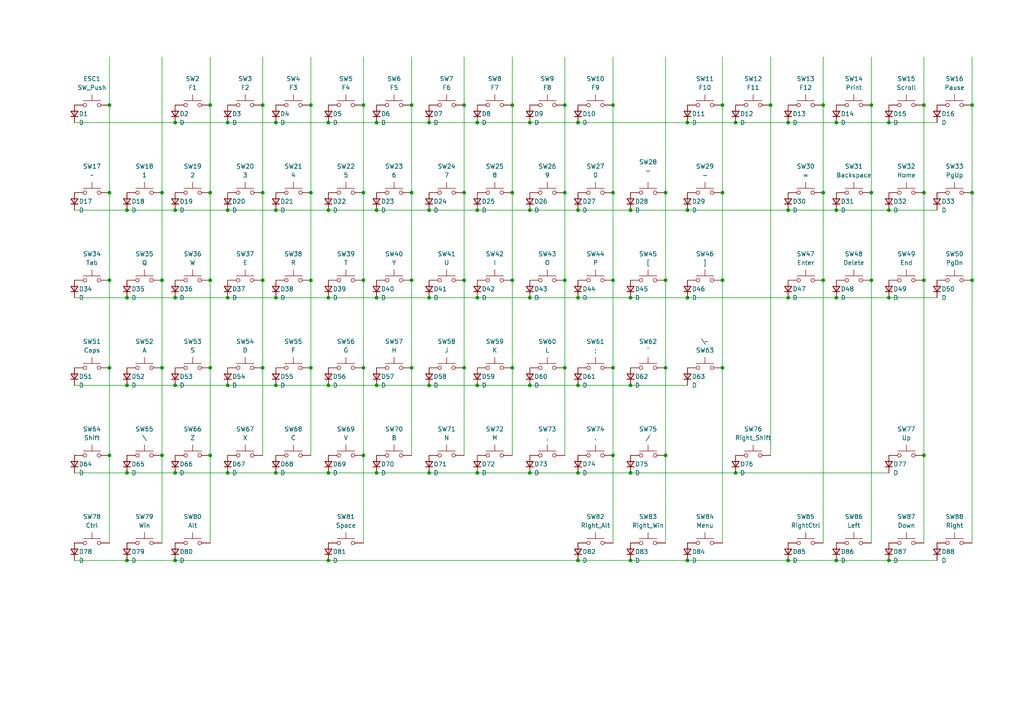
<source format=kicad_sch>
(kicad_sch (version 20230121) (generator eeschema)
  (paper "A4")
  (lib_symbols
    (symbol "Device:D_Small" (pin_numbers hide) (pin_names (offset 0.254) hide)
      (property "Reference" "D" (at -1.27 2.032 0))
      (property "Value" "D_Small" (at -3.81 -2.032 0))
      (symbol "D_Small_0_1"
        (polyline (pts (xy -0.762 -1.016) (xy -0.762 1.016)) (stroke (width 0.254)))
        (polyline (pts (xy -0.762 0) (xy 0.762 0)))
        (polyline (pts (xy 0.762 -1.016) (xy -0.762 0) (xy 0.762 1.016) (xy 0.762 -1.016)) (stroke (width 0.254)))
      )
      (symbol "D_Small_1_1"
        (pin passive line (at -2.54 0 0) (length 1.778) (name "K") (number "1"))
        (pin passive line (at 2.54 0 180) (length 1.778) (name "A") (number "2"))
      )
    )
    (symbol "Switch:SW_Push" (pin_numbers hide) (pin_names (offset 1.016) hide)
      (property "Reference" "SW" (at 1.27 2.54 0))
      (property "Value" "SW_Push" (at 0 -1.524 0))
      (symbol "SW_Push_0_1"
        (circle (center -2.032 0) (radius 0.508))
        (polyline (pts (xy 0 1.27) (xy 0 3.048)))
        (polyline (pts (xy 2.54 1.27) (xy -2.54 1.27)))
        (circle (center 2.032 0) (radius 0.508))
        (pin passive line (at -5.08 0 0) (length 2.54) (name "1") (number "1"))
        (pin passive line (at 5.08 0 180) (length 2.54) (name "2") (number "2"))
      )
    )
  )
  (junction (at 66.04 86.36))
  (junction (at 138.43 35.56))
  (junction (at 267.97 132.08))
  (junction (at 177.8 106.68))
  (junction (at 124.46 35.56))
  (junction (at 167.64 35.56))
  (junction (at 76.2 55.88))
  (junction (at 95.25 111.76))
  (junction (at 36.83 86.36))
  (junction (at 138.43 60.96))
  (junction (at 60.96 55.88))
  (junction (at 66.04 137.16))
  (junction (at 36.83 111.76))
  (junction (at 242.57 162.56))
  (junction (at 134.62 30.48))
  (junction (at 119.38 81.28))
  (junction (at 213.36 35.56))
  (junction (at 105.41 81.28))
  (junction (at 46.99 106.68))
  (junction (at 109.22 111.76))
  (junction (at 31.75 106.68))
  (junction (at 66.04 35.56))
  (junction (at 223.52 30.48))
  (junction (at 50.8 60.96))
  (junction (at 153.67 35.56))
  (junction (at 193.04 106.68))
  (junction (at 90.17 81.28))
  (junction (at 238.76 55.88))
  (junction (at 163.83 81.28))
  (junction (at 31.75 132.08))
  (junction (at 119.38 30.48))
  (junction (at 252.73 55.88))
  (junction (at 167.64 111.76))
  (junction (at 257.81 35.56))
  (junction (at 50.8 35.56))
  (junction (at 134.62 55.88))
  (junction (at 105.41 55.88))
  (junction (at 138.43 111.76))
  (junction (at 257.81 86.36))
  (junction (at 252.73 81.28))
  (junction (at 148.59 55.88))
  (junction (at 182.88 60.96))
  (junction (at 60.96 132.08))
  (junction (at 148.59 30.48))
  (junction (at 31.75 81.28))
  (junction (at 95.25 86.36))
  (junction (at 209.55 30.48))
  (junction (at 36.83 162.56))
  (junction (at 124.46 60.96))
  (junction (at 76.2 81.28))
  (junction (at 46.99 81.28))
  (junction (at 182.88 111.76))
  (junction (at 90.17 30.48))
  (junction (at 177.8 30.48))
  (junction (at 80.01 60.96))
  (junction (at 193.04 55.88))
  (junction (at 267.97 30.48))
  (junction (at 109.22 35.56))
  (junction (at 167.64 60.96))
  (junction (at 95.25 60.96))
  (junction (at 153.67 60.96))
  (junction (at 209.55 81.28))
  (junction (at 80.01 111.76))
  (junction (at 80.01 86.36))
  (junction (at 60.96 30.48))
  (junction (at 177.8 55.88))
  (junction (at 228.6 162.56))
  (junction (at 124.46 86.36))
  (junction (at 193.04 81.28))
  (junction (at 199.39 162.56))
  (junction (at 109.22 86.36))
  (junction (at 163.83 106.68))
  (junction (at 199.39 35.56))
  (junction (at 90.17 106.68))
  (junction (at 31.75 30.48))
  (junction (at 177.8 132.08))
  (junction (at 80.01 137.16))
  (junction (at 95.25 35.56))
  (junction (at 109.22 60.96))
  (junction (at 119.38 55.88))
  (junction (at 267.97 81.28))
  (junction (at 209.55 106.68))
  (junction (at 257.81 162.56))
  (junction (at 148.59 81.28))
  (junction (at 257.81 60.96))
  (junction (at 148.59 106.68))
  (junction (at 153.67 86.36))
  (junction (at 76.2 106.68))
  (junction (at 238.76 81.28))
  (junction (at 238.76 30.48))
  (junction (at 66.04 111.76))
  (junction (at 228.6 86.36))
  (junction (at 199.39 60.96))
  (junction (at 199.39 86.36))
  (junction (at 105.41 106.68))
  (junction (at 66.04 60.96))
  (junction (at 90.17 55.88))
  (junction (at 50.8 162.56))
  (junction (at 46.99 55.88))
  (junction (at 209.55 55.88))
  (junction (at 167.64 86.36))
  (junction (at 124.46 111.76))
  (junction (at 281.94 55.88))
  (junction (at 95.25 137.16))
  (junction (at 153.67 111.76))
  (junction (at 105.41 132.08))
  (junction (at 228.6 35.56))
  (junction (at 138.43 86.36))
  (junction (at 109.22 137.16))
  (junction (at 167.64 137.16))
  (junction (at 50.8 111.76))
  (junction (at 36.83 60.96))
  (junction (at 213.36 137.16))
  (junction (at 267.97 55.88))
  (junction (at 281.94 81.28))
  (junction (at 31.75 55.88))
  (junction (at 193.04 132.08))
  (junction (at 76.2 30.48))
  (junction (at 46.99 132.08))
  (junction (at 36.83 137.16))
  (junction (at 228.6 60.96))
  (junction (at 242.57 60.96))
  (junction (at 95.25 162.56))
  (junction (at 182.88 162.56))
  (junction (at 60.96 81.28))
  (junction (at 119.38 106.68))
  (junction (at 124.46 137.16))
  (junction (at 50.8 86.36))
  (junction (at 153.67 137.16))
  (junction (at 177.8 81.28))
  (junction (at 134.62 106.68))
  (junction (at 252.73 30.48))
  (junction (at 50.8 137.16))
  (junction (at 105.41 30.48))
  (junction (at 182.88 137.16))
  (junction (at 134.62 81.28))
  (junction (at 167.64 162.56))
  (junction (at 242.57 35.56))
  (junction (at 138.43 137.16))
  (junction (at 242.57 86.36))
  (junction (at 60.96 106.68))
  (junction (at 281.94 30.48))
  (junction (at 80.01 35.56))
  (junction (at 163.83 30.48))
  (junction (at 182.88 86.36))
  (junction (at 163.83 55.88))
  (wire (pts (xy 46.99 132.08) (xy 46.99 157.48)))
  (wire (pts (xy 134.62 81.28) (xy 134.62 106.68)))
  (wire (pts (xy 193.04 81.28) (xy 193.04 106.68)))
  (wire (pts (xy 167.64 162.56) (xy 182.88 162.56)))
  (wire (pts (xy 163.83 30.48) (xy 163.83 55.88)))
  (wire (pts (xy 66.04 137.16) (xy 80.01 137.16)))
  (wire (pts (xy 213.36 137.16) (xy 257.81 137.16)))
  (wire (pts (xy 105.41 132.08) (xy 105.41 157.48)))
  (wire (pts (xy 109.22 86.36) (xy 124.46 86.36)))
  (wire (pts (xy 76.2 81.28) (xy 76.2 106.68)))
  (wire (pts (xy 193.04 132.08) (xy 193.04 157.48)))
  (wire (pts (xy 21.59 162.56) (xy 36.83 162.56)))
  (wire (pts (xy 267.97 55.88) (xy 267.97 81.28)))
  (wire (pts (xy 124.46 60.96) (xy 138.43 60.96)))
  (wire (pts (xy 199.39 60.96) (xy 228.6 60.96)))
  (wire (pts (xy 242.57 60.96) (xy 257.81 60.96)))
  (wire (pts (xy 90.17 16.51) (xy 90.17 30.48)))
  (wire (pts (xy 163.83 16.51) (xy 163.83 30.48)))
  (wire (pts (xy 60.96 132.08) (xy 60.96 157.48)))
  (wire (pts (xy 281.94 30.48) (xy 281.94 55.88)))
  (wire (pts (xy 31.75 55.88) (xy 31.75 81.28)))
  (wire (pts (xy 252.73 81.28) (xy 252.73 157.48)))
  (wire (pts (xy 138.43 137.16) (xy 153.67 137.16)))
  (wire (pts (xy 182.88 162.56) (xy 199.39 162.56)))
  (wire (pts (xy 60.96 16.51) (xy 60.96 30.48)))
  (wire (pts (xy 109.22 111.76) (xy 124.46 111.76)))
  (wire (pts (xy 109.22 137.16) (xy 124.46 137.16)))
  (wire (pts (xy 36.83 60.96) (xy 50.8 60.96)))
  (wire (pts (xy 267.97 81.28) (xy 267.97 132.08)))
  (wire (pts (xy 66.04 35.56) (xy 80.01 35.56)))
  (wire (pts (xy 199.39 86.36) (xy 228.6 86.36)))
  (wire (pts (xy 281.94 81.28) (xy 281.94 157.48)))
  (wire (pts (xy 90.17 81.28) (xy 90.17 106.68)))
  (wire (pts (xy 105.41 55.88) (xy 105.41 81.28)))
  (wire (pts (xy 228.6 86.36) (xy 242.57 86.36)))
  (wire (pts (xy 163.83 106.68) (xy 163.83 132.08)))
  (wire (pts (xy 209.55 30.48) (xy 209.55 55.88)))
  (wire (pts (xy 193.04 16.51) (xy 193.04 55.88)))
  (wire (pts (xy 238.76 55.88) (xy 238.76 81.28)))
  (wire (pts (xy 36.83 137.16) (xy 50.8 137.16)))
  (wire (pts (xy 105.41 30.48) (xy 105.41 55.88)))
  (wire (pts (xy 90.17 30.48) (xy 90.17 55.88)))
  (wire (pts (xy 163.83 55.88) (xy 163.83 81.28)))
  (wire (pts (xy 80.01 86.36) (xy 95.25 86.36)))
  (wire (pts (xy 109.22 35.56) (xy 124.46 35.56)))
  (wire (pts (xy 21.59 111.76) (xy 36.83 111.76)))
  (wire (pts (xy 50.8 162.56) (xy 95.25 162.56)))
  (wire (pts (xy 177.8 16.51) (xy 177.8 30.48)))
  (wire (pts (xy 182.88 111.76) (xy 199.39 111.76)))
  (wire (pts (xy 267.97 132.08) (xy 267.97 157.48)))
  (wire (pts (xy 21.59 35.56) (xy 50.8 35.56)))
  (wire (pts (xy 21.59 60.96) (xy 36.83 60.96)))
  (wire (pts (xy 252.73 55.88) (xy 252.73 81.28)))
  (wire (pts (xy 21.59 86.36) (xy 36.83 86.36)))
  (wire (pts (xy 199.39 162.56) (xy 228.6 162.56)))
  (wire (pts (xy 31.75 16.51) (xy 31.75 30.48)))
  (wire (pts (xy 138.43 86.36) (xy 153.67 86.36)))
  (wire (pts (xy 50.8 35.56) (xy 66.04 35.56)))
  (wire (pts (xy 46.99 55.88) (xy 46.99 81.28)))
  (wire (pts (xy 124.46 86.36) (xy 138.43 86.36)))
  (wire (pts (xy 76.2 16.51) (xy 76.2 30.48)))
  (wire (pts (xy 76.2 55.88) (xy 76.2 81.28)))
  (wire (pts (xy 119.38 55.88) (xy 119.38 81.28)))
  (wire (pts (xy 105.41 16.51) (xy 105.41 30.48)))
  (wire (pts (xy 153.67 35.56) (xy 167.64 35.56)))
  (wire (pts (xy 50.8 137.16) (xy 66.04 137.16)))
  (wire (pts (xy 105.41 106.68) (xy 105.41 132.08)))
  (wire (pts (xy 60.96 106.68) (xy 60.96 132.08)))
  (wire (pts (xy 66.04 111.76) (xy 80.01 111.76)))
  (wire (pts (xy 119.38 16.51) (xy 119.38 30.48)))
  (wire (pts (xy 50.8 60.96) (xy 66.04 60.96)))
  (wire (pts (xy 95.25 162.56) (xy 167.64 162.56)))
  (wire (pts (xy 138.43 60.96) (xy 153.67 60.96)))
  (wire (pts (xy 50.8 86.36) (xy 66.04 86.36)))
  (wire (pts (xy 223.52 30.48) (xy 223.52 132.08)))
  (wire (pts (xy 242.57 35.56) (xy 257.81 35.56)))
  (wire (pts (xy 134.62 106.68) (xy 134.62 132.08)))
  (wire (pts (xy 182.88 86.36) (xy 199.39 86.36)))
  (wire (pts (xy 119.38 30.48) (xy 119.38 55.88)))
  (wire (pts (xy 167.64 111.76) (xy 182.88 111.76)))
  (wire (pts (xy 153.67 111.76) (xy 167.64 111.76)))
  (wire (pts (xy 119.38 81.28) (xy 119.38 106.68)))
  (wire (pts (xy 199.39 35.56) (xy 213.36 35.56)))
  (wire (pts (xy 95.25 60.96) (xy 109.22 60.96)))
  (wire (pts (xy 105.41 81.28) (xy 105.41 106.68)))
  (wire (pts (xy 134.62 30.48) (xy 134.62 55.88)))
  (wire (pts (xy 153.67 86.36) (xy 167.64 86.36)))
  (wire (pts (xy 66.04 60.96) (xy 80.01 60.96)))
  (wire (pts (xy 95.25 111.76) (xy 109.22 111.76)))
  (wire (pts (xy 80.01 35.56) (xy 95.25 35.56)))
  (wire (pts (xy 80.01 111.76) (xy 95.25 111.76)))
  (wire (pts (xy 267.97 30.48) (xy 267.97 55.88)))
  (wire (pts (xy 60.96 81.28) (xy 60.96 106.68)))
  (wire (pts (xy 148.59 106.68) (xy 148.59 132.08)))
  (wire (pts (xy 177.8 81.28) (xy 177.8 106.68)))
  (wire (pts (xy 46.99 106.68) (xy 46.99 132.08)))
  (wire (pts (xy 193.04 106.68) (xy 193.04 132.08)))
  (wire (pts (xy 242.57 86.36) (xy 257.81 86.36)))
  (wire (pts (xy 109.22 60.96) (xy 124.46 60.96)))
  (wire (pts (xy 153.67 137.16) (xy 167.64 137.16)))
  (wire (pts (xy 21.59 137.16) (xy 36.83 137.16)))
  (wire (pts (xy 80.01 137.16) (xy 95.25 137.16)))
  (wire (pts (xy 209.55 106.68) (xy 209.55 157.48)))
  (wire (pts (xy 209.55 16.51) (xy 209.55 30.48)))
  (wire (pts (xy 257.81 86.36) (xy 271.78 86.36)))
  (wire (pts (xy 238.76 16.51) (xy 238.76 30.48)))
  (wire (pts (xy 31.75 30.48) (xy 31.75 55.88)))
  (wire (pts (xy 193.04 55.88) (xy 193.04 81.28)))
  (wire (pts (xy 60.96 30.48) (xy 60.96 55.88)))
  (wire (pts (xy 267.97 16.51) (xy 267.97 30.48)))
  (wire (pts (xy 163.83 81.28) (xy 163.83 106.68)))
  (wire (pts (xy 281.94 16.51) (xy 281.94 30.48)))
  (wire (pts (xy 182.88 60.96) (xy 199.39 60.96)))
  (wire (pts (xy 31.75 81.28) (xy 31.75 106.68)))
  (wire (pts (xy 257.81 35.56) (xy 271.78 35.56)))
  (wire (pts (xy 36.83 111.76) (xy 50.8 111.76)))
  (wire (pts (xy 90.17 106.68) (xy 90.17 132.08)))
  (wire (pts (xy 124.46 111.76) (xy 138.43 111.76)))
  (wire (pts (xy 134.62 16.51) (xy 134.62 30.48)))
  (wire (pts (xy 46.99 16.51) (xy 46.99 55.88)))
  (wire (pts (xy 177.8 106.68) (xy 177.8 132.08)))
  (wire (pts (xy 50.8 111.76) (xy 66.04 111.76)))
  (wire (pts (xy 80.01 60.96) (xy 95.25 60.96)))
  (wire (pts (xy 148.59 16.51) (xy 148.59 30.48)))
  (wire (pts (xy 257.81 162.56) (xy 271.78 162.56)))
  (wire (pts (xy 138.43 111.76) (xy 153.67 111.76)))
  (wire (pts (xy 228.6 60.96) (xy 242.57 60.96)))
  (wire (pts (xy 281.94 55.88) (xy 281.94 81.28)))
  (wire (pts (xy 238.76 30.48) (xy 238.76 55.88)))
  (wire (pts (xy 46.99 81.28) (xy 46.99 106.68)))
  (wire (pts (xy 167.64 137.16) (xy 182.88 137.16)))
  (wire (pts (xy 223.52 16.51) (xy 223.52 30.48)))
  (wire (pts (xy 36.83 162.56) (xy 50.8 162.56)))
  (wire (pts (xy 182.88 137.16) (xy 213.36 137.16)))
  (wire (pts (xy 153.67 60.96) (xy 167.64 60.96)))
  (wire (pts (xy 209.55 55.88) (xy 209.55 81.28)))
  (wire (pts (xy 76.2 30.48) (xy 76.2 55.88)))
  (wire (pts (xy 138.43 35.56) (xy 153.67 35.56)))
  (wire (pts (xy 257.81 60.96) (xy 271.78 60.96)))
  (wire (pts (xy 177.8 132.08) (xy 177.8 157.48)))
  (wire (pts (xy 177.8 55.88) (xy 177.8 81.28)))
  (wire (pts (xy 213.36 35.56) (xy 228.6 35.56)))
  (wire (pts (xy 124.46 35.56) (xy 138.43 35.56)))
  (wire (pts (xy 167.64 86.36) (xy 182.88 86.36)))
  (wire (pts (xy 209.55 81.28) (xy 209.55 106.68)))
  (wire (pts (xy 76.2 106.68) (xy 76.2 132.08)))
  (wire (pts (xy 167.64 35.56) (xy 199.39 35.56)))
  (wire (pts (xy 95.25 137.16) (xy 109.22 137.16)))
  (wire (pts (xy 31.75 106.68) (xy 31.75 132.08)))
  (wire (pts (xy 252.73 30.48) (xy 252.73 55.88)))
  (wire (pts (xy 148.59 55.88) (xy 148.59 81.28)))
  (wire (pts (xy 148.59 81.28) (xy 148.59 106.68)))
  (wire (pts (xy 134.62 55.88) (xy 134.62 81.28)))
  (wire (pts (xy 60.96 55.88) (xy 60.96 81.28)))
  (wire (pts (xy 238.76 81.28) (xy 238.76 157.48)))
  (wire (pts (xy 90.17 55.88) (xy 90.17 81.28)))
  (wire (pts (xy 228.6 162.56) (xy 242.57 162.56)))
  (wire (pts (xy 31.75 132.08) (xy 31.75 157.48)))
  (wire (pts (xy 95.25 35.56) (xy 109.22 35.56)))
  (wire (pts (xy 148.59 30.48) (xy 148.59 55.88)))
  (wire (pts (xy 252.73 16.51) (xy 252.73 30.48)))
  (wire (pts (xy 66.04 86.36) (xy 80.01 86.36)))
  (wire (pts (xy 167.64 60.96) (xy 182.88 60.96)))
  (wire (pts (xy 228.6 35.56) (xy 242.57 35.56)))
  (wire (pts (xy 242.57 162.56) (xy 257.81 162.56)))
  (wire (pts (xy 95.25 86.36) (xy 109.22 86.36)))
  (wire (pts (xy 119.38 106.68) (xy 119.38 132.08)))
  (wire (pts (xy 36.83 86.36) (xy 50.8 86.36)))
  (wire (pts (xy 177.8 30.48) (xy 177.8 55.88)))
  (wire (pts (xy 124.46 137.16) (xy 138.43 137.16)))
  (symbol (lib_id "Device:D_Small") (at 228.6 33.02 90) (unit 1)
    (property "Reference" "D13" (at 229.87 33.02 90) (effects (justify right)))
    (property "Value" "D" (at 229.87 35.56 90) (effects (justify right)))
    (property "Sim.Device" "D" (effects hide))
    (property "Sim.Pins" "1=K 2=A" (effects hide))
  )
  (symbol (lib_id "Device:D_Small") (at 257.81 160.02 90) (unit 1)
    (property "Reference" "D87" (at 259.08 160.02 90) (effects (justify right)))
    (property "Value" "D" (at 259.08 162.56 90) (effects (justify right)))
    (property "Sim.Device" "D" (effects hide))
    (property "Sim.Pins" "1=K 2=A" (effects hide))
  )
  (symbol (lib_id "Switch:SW_Push") (at 233.68 55.88 0) (unit 1)
    (property "Reference" "SW30" (at 233.68 48.26 0))
    (property "Value" "=" (at 233.68 50.8 0))
  )
  (symbol (lib_id "Device:D_Small") (at 138.43 134.62 90) (unit 1)
    (property "Reference" "D72" (at 139.7 134.62 90) (effects (justify right)))
    (property "Value" "D" (at 139.7 137.16 90) (effects (justify right)))
    (property "Sim.Device" "D" (effects hide))
    (property "Sim.Pins" "1=K 2=A" (effects hide))
  )
  (symbol (lib_id "Device:D_Small") (at 228.6 58.42 90) (unit 1)
    (property "Reference" "D30" (at 229.87 58.42 90) (effects (justify right)))
    (property "Value" "D" (at 229.87 60.96 90) (effects (justify right)))
    (property "Sim.Device" "D" (effects hide))
    (property "Sim.Pins" "1=K 2=A" (effects hide))
  )
  (symbol (lib_id "Device:D_Small") (at 21.59 33.02 90) (unit 1)
    (property "Reference" "D1" (at 22.86 33.02 90) (effects (justify right)))
    (property "Value" "D" (at 22.86 35.56 90) (effects (justify right)))
    (property "Sim.Device" "D" (effects hide))
    (property "Sim.Pins" "1=K 2=A" (effects hide))
  )
  (symbol (lib_id "Device:D_Small") (at 124.46 33.02 90) (unit 1)
    (property "Reference" "D7" (at 125.73 33.02 90) (effects (justify right)))
    (property "Value" "D" (at 125.73 35.56 90) (effects (justify right)))
    (property "Sim.Device" "D" (effects hide))
    (property "Sim.Pins" "1=K 2=A" (effects hide))
  )
  (symbol (lib_id "Switch:SW_Push") (at 100.33 81.28 0) (unit 1)
    (property "Reference" "SW39" (at 100.33 73.66 0))
    (property "Value" "T" (at 100.33 76.2 0))
  )
  (symbol (lib_id "Switch:SW_Push") (at 262.89 30.48 0) (unit 1)
    (property "Reference" "SW15" (at 262.89 22.86 0))
    (property "Value" "Scroll" (at 262.89 25.4 0))
  )
  (symbol (lib_id "Device:D_Small") (at 153.67 83.82 90) (unit 1)
    (property "Reference" "D43" (at 154.94 83.82 90) (effects (justify right)))
    (property "Value" "D" (at 154.94 86.36 90) (effects (justify right)))
    (property "Sim.Device" "D" (effects hide))
    (property "Sim.Pins" "1=K 2=A" (effects hide))
  )
  (symbol (lib_id "Device:D_Small") (at 153.67 33.02 90) (unit 1)
    (property "Reference" "D9" (at 154.94 33.02 90) (effects (justify right)))
    (property "Value" "D" (at 154.94 35.56 90) (effects (justify right)))
    (property "Sim.Device" "D" (effects hide))
    (property "Sim.Pins" "1=K 2=A" (effects hide))
  )
  (symbol (lib_id "Device:D_Small") (at 199.39 109.22 90) (unit 1)
    (property "Reference" "D63" (at 200.66 109.22 90) (effects (justify right)))
    (property "Value" "D" (at 200.66 111.76 90) (effects (justify right)))
    (property "Sim.Device" "D" (effects hide))
    (property "Sim.Pins" "1=K 2=A" (effects hide))
  )
  (symbol (lib_id "Device:D_Small") (at 50.8 109.22 90) (unit 1)
    (property "Reference" "D53" (at 52.07 109.22 90) (effects (justify right)))
    (property "Value" "D" (at 52.07 111.76 90) (effects (justify right)))
    (property "Sim.Device" "D" (effects hide))
    (property "Sim.Pins" "1=K 2=A" (effects hide))
  )
  (symbol (lib_id "Switch:SW_Push") (at 55.88 132.08 0) (unit 1)
    (property "Reference" "SW66" (at 55.88 124.46 0))
    (property "Value" "Z" (at 55.88 127 0))
  )
  (symbol (lib_id "Switch:SW_Push") (at 247.65 157.48 0) (unit 1)
    (property "Reference" "SW86" (at 247.65 149.86 0))
    (property "Value" "Left" (at 247.65 152.4 0))
  )
  (symbol (lib_id "Device:D_Small") (at 257.81 33.02 90) (unit 1)
    (property "Reference" "D15" (at 259.08 33.02 90) (effects (justify right)))
    (property "Value" "D" (at 259.08 35.56 90) (effects (justify right)))
    (property "Sim.Device" "D" (effects hide))
    (property "Sim.Pins" "1=K 2=A" (effects hide))
  )
  (symbol (lib_id "Device:D_Small") (at 182.88 134.62 90) (unit 1)
    (property "Reference" "D75" (at 184.15 134.62 90) (effects (justify right)))
    (property "Value" "D" (at 184.15 137.16 90) (effects (justify right)))
    (property "Sim.Device" "D" (effects hide))
    (property "Sim.Pins" "1=K 2=A" (effects hide))
  )
  (symbol (lib_id "Device:D_Small") (at 199.39 58.42 90) (unit 1)
    (property "Reference" "D29" (at 200.66 58.42 90) (effects (justify right)))
    (property "Value" "D" (at 200.66 60.96 90) (effects (justify right)))
    (property "Sim.Device" "D" (effects hide))
    (property "Sim.Pins" "1=K 2=A" (effects hide))
  )
  (symbol (lib_id "Switch:SW_Push") (at 262.89 157.48 0) (unit 1)
    (property "Reference" "SW87" (at 262.89 149.86 0))
    (property "Value" "Down" (at 262.89 152.4 0))
  )
  (symbol (lib_id "Device:D_Small") (at 138.43 33.02 90) (unit 1)
    (property "Reference" "D8" (at 139.7 33.02 90) (effects (justify right)))
    (property "Value" "D" (at 139.7 35.56 90) (effects (justify right)))
    (property "Sim.Device" "D" (effects hide))
    (property "Sim.Pins" "1=K 2=A" (effects hide))
  )
  (symbol (lib_id "Switch:SW_Push") (at 247.65 30.48 0) (unit 1)
    (property "Reference" "SW14" (at 247.65 22.86 0))
    (property "Value" "Print" (at 247.65 25.4 0))
  )
  (symbol (lib_id "Switch:SW_Push") (at 71.12 132.08 0) (unit 1)
    (property "Reference" "SW67" (at 71.12 124.46 0))
    (property "Value" "X" (at 71.12 127 0))
  )
  (symbol (lib_id "Device:D_Small") (at 182.88 83.82 90) (unit 1)
    (property "Reference" "D45" (at 184.15 83.82 90) (effects (justify right)))
    (property "Value" "D" (at 184.15 86.36 90) (effects (justify right)))
    (property "Sim.Device" "D" (effects hide))
    (property "Sim.Pins" "1=K 2=A" (effects hide))
  )
  (symbol (lib_id "Switch:SW_Push") (at 158.75 30.48 0) (unit 1)
    (property "Reference" "SW9" (at 158.75 22.86 0))
    (property "Value" "F8" (at 158.75 25.4 0))
  )
  (symbol (lib_id "Device:D_Small") (at 109.22 83.82 90) (unit 1)
    (property "Reference" "D40" (at 110.49 83.82 90) (effects (justify right)))
    (property "Value" "D" (at 110.49 86.36 90) (effects (justify right)))
    (property "Sim.Device" "D" (effects hide))
    (property "Sim.Pins" "1=K 2=A" (effects hide))
  )
  (symbol (lib_id "Switch:SW_Push") (at 85.09 106.68 0) (unit 1)
    (property "Reference" "SW55" (at 85.09 99.06 0))
    (property "Value" "F" (at 85.09 101.6 0))
  )
  (symbol (lib_id "Device:D_Small") (at 66.04 33.02 90) (unit 1)
    (property "Reference" "D3" (at 67.31 33.02 90) (effects (justify right)))
    (property "Value" "D" (at 67.31 35.56 90) (effects (justify right)))
    (property "Sim.Device" "D" (effects hide))
    (property "Sim.Pins" "1=K 2=A" (effects hide))
  )
  (symbol (lib_id "Switch:SW_Push") (at 158.75 106.68 0) (unit 1)
    (property "Reference" "SW60" (at 158.75 99.06 0))
    (property "Value" "L" (at 158.75 101.6 0))
  )
  (symbol (lib_id "Switch:SW_Push") (at 41.91 81.28 0) (unit 1)
    (property "Reference" "SW35" (at 41.91 73.66 0))
    (property "Value" "Q" (at 41.91 76.2 0))
  )
  (symbol (lib_id "Switch:SW_Push") (at 158.75 81.28 0) (unit 1)
    (property "Reference" "SW43" (at 158.75 73.66 0))
    (property "Value" "O" (at 158.75 76.2 0))
  )
  (symbol (lib_id "Device:D_Small") (at 257.81 83.82 90) (unit 1)
    (property "Reference" "D49" (at 259.08 83.82 90) (effects (justify right)))
    (property "Value" "D" (at 259.08 86.36 90) (effects (justify right)))
    (property "Sim.Device" "D" (effects hide))
    (property "Sim.Pins" "1=K 2=A" (effects hide))
  )
  (symbol (lib_id "Switch:SW_Push") (at 41.91 55.88 0) (unit 1)
    (property "Reference" "SW18" (at 41.91 48.26 0))
    (property "Value" "1" (at 41.91 50.8 0))
  )
  (symbol (lib_id "Device:D_Small") (at 66.04 58.42 90) (unit 1)
    (property "Reference" "D20" (at 67.31 58.42 90) (effects (justify right)))
    (property "Value" "D" (at 67.31 60.96 90) (effects (justify right)))
    (property "Sim.Device" "D" (effects hide))
    (property "Sim.Pins" "1=K 2=A" (effects hide))
  )
  (symbol (lib_id "Device:D_Small") (at 109.22 33.02 90) (unit 1)
    (property "Reference" "D6" (at 110.49 33.02 90) (effects (justify right)))
    (property "Value" "D" (at 110.49 35.56 90) (effects (justify right)))
    (property "Sim.Device" "D" (effects hide))
    (property "Sim.Pins" "1=K 2=A" (effects hide))
  )
  (symbol (lib_id "Switch:SW_Push") (at 26.67 30.48 0) (unit 1)
    (property "Reference" "ESC1" (at 26.67 22.86 0))
    (property "Value" "SW_Push" (at 26.67 25.4 0))
  )
  (symbol (lib_id "Device:D_Small") (at 242.57 160.02 90) (unit 1)
    (property "Reference" "D86" (at 243.84 160.02 90) (effects (justify right)))
    (property "Value" "D" (at 243.84 162.56 90) (effects (justify right)))
    (property "Sim.Device" "D" (effects hide))
    (property "Sim.Pins" "1=K 2=A" (effects hide))
  )
  (symbol (lib_id "Switch:SW_Push") (at 129.54 106.68 0) (unit 1)
    (property "Reference" "SW58" (at 129.54 99.06 0))
    (property "Value" "J" (at 129.54 101.6 0))
  )
  (symbol (lib_id "Switch:SW_Push") (at 276.86 81.28 0) (unit 1)
    (property "Reference" "SW50" (at 276.86 73.66 0))
    (property "Value" "PgDn" (at 276.86 76.2 0))
  )
  (symbol (lib_id "Device:D_Small") (at 21.59 109.22 90) (unit 1)
    (property "Reference" "D51" (at 22.86 109.22 90) (effects (justify right)))
    (property "Value" "D" (at 22.86 111.76 90) (effects (justify right)))
    (property "Sim.Device" "D" (effects hide))
    (property "Sim.Pins" "1=K 2=A" (effects hide))
  )
  (symbol (lib_id "Device:D_Small") (at 95.25 83.82 90) (unit 1)
    (property "Reference" "D39" (at 96.52 83.82 90) (effects (justify right)))
    (property "Value" "D" (at 96.52 86.36 90) (effects (justify right)))
    (property "Sim.Device" "D" (effects hide))
    (property "Sim.Pins" "1=K 2=A" (effects hide))
  )
  (symbol (lib_id "Switch:SW_Push") (at 143.51 30.48 0) (unit 1)
    (property "Reference" "SW8" (at 143.51 22.86 0))
    (property "Value" "F7" (at 143.51 25.4 0))
  )
  (symbol (lib_id "Device:D_Small") (at 66.04 109.22 90) (unit 1)
    (property "Reference" "D54" (at 67.31 109.22 90) (effects (justify right)))
    (property "Value" "D" (at 67.31 111.76 90) (effects (justify right)))
    (property "Sim.Device" "D" (effects hide))
    (property "Sim.Pins" "1=K 2=A" (effects hide))
  )
  (symbol (lib_id "Device:D_Small") (at 271.78 160.02 90) (unit 1)
    (property "Reference" "D88" (at 273.05 160.02 90) (effects (justify right)))
    (property "Value" "D" (at 273.05 162.56 90) (effects (justify right)))
    (property "Sim.Device" "D" (effects hide))
    (property "Sim.Pins" "1=K 2=A" (effects hide))
  )
  (symbol (lib_id "Switch:SW_Push") (at 143.51 55.88 0) (unit 1)
    (property "Reference" "SW25" (at 143.51 48.26 0))
    (property "Value" "8" (at 143.51 50.8 0))
  )
  (symbol (lib_id "Device:D_Small") (at 95.25 33.02 90) (unit 1)
    (property "Reference" "D5" (at 96.52 33.02 90) (effects (justify right)))
    (property "Value" "D" (at 96.52 35.56 90) (effects (justify right)))
    (property "Sim.Device" "D" (effects hide))
    (property "Sim.Pins" "1=K 2=A" (effects hide))
  )
  (symbol (lib_id "Device:D_Small") (at 242.57 58.42 90) (unit 1)
    (property "Reference" "D31" (at 243.84 58.42 90) (effects (justify right)))
    (property "Value" "D" (at 243.84 60.96 90) (effects (justify right)))
    (property "Sim.Device" "D" (effects hide))
    (property "Sim.Pins" "1=K 2=A" (effects hide))
  )
  (symbol (lib_id "Switch:SW_Push") (at 55.88 55.88 0) (unit 1)
    (property "Reference" "SW19" (at 55.88 48.26 0))
    (property "Value" "2" (at 55.88 50.8 0))
  )
  (symbol (lib_id "Switch:SW_Push") (at 100.33 157.48 0) (unit 1)
    (property "Reference" "SW81" (at 100.33 149.86 0))
    (property "Value" "Space" (at 100.33 152.4 0))
  )
  (symbol (lib_id "Switch:SW_Push") (at 233.68 81.28 0) (unit 1)
    (property "Reference" "SW47" (at 233.68 73.66 0))
    (property "Value" "Enter" (at 233.68 76.2 0))
  )
  (symbol (lib_id "Device:D_Small") (at 199.39 83.82 90) (unit 1)
    (property "Reference" "D46" (at 200.66 83.82 90) (effects (justify right)))
    (property "Value" "D" (at 200.66 86.36 90) (effects (justify right)))
    (property "Sim.Device" "D" (effects hide))
    (property "Sim.Pins" "1=K 2=A" (effects hide))
  )
  (symbol (lib_id "Switch:SW_Push") (at 262.89 81.28 0) (unit 1)
    (property "Reference" "SW49" (at 262.89 73.66 0))
    (property "Value" "End" (at 262.89 76.2 0))
  )
  (symbol (lib_id "Device:D_Small") (at 95.25 109.22 90) (unit 1)
    (property "Reference" "D56" (at 96.52 109.22 90) (effects (justify right)))
    (property "Value" "D" (at 96.52 111.76 90) (effects (justify right)))
    (property "Sim.Device" "D" (effects hide))
    (property "Sim.Pins" "1=K 2=A" (effects hide))
  )
  (symbol (lib_id "Switch:SW_Push") (at 129.54 30.48 0) (unit 1)
    (property "Reference" "SW7" (at 129.54 22.86 0))
    (property "Value" "F6" (at 129.54 25.4 0))
  )
  (symbol (lib_id "Switch:SW_Push") (at 26.67 55.88 0) (unit 1)
    (property "Reference" "SW17" (at 26.67 48.26 0))
    (property "Value" "~" (at 26.67 50.8 0))
  )
  (symbol (lib_id "Switch:SW_Push") (at 100.33 30.48 0) (unit 1)
    (property "Reference" "SW5" (at 100.33 22.86 0))
    (property "Value" "F4" (at 100.33 25.4 0))
  )
  (symbol (lib_id "Device:D_Small") (at 228.6 83.82 90) (unit 1)
    (property "Reference" "D47" (at 229.87 83.82 90) (effects (justify right)))
    (property "Value" "D" (at 229.87 86.36 90) (effects (justify right)))
    (property "Sim.Device" "D" (effects hide))
    (property "Sim.Pins" "1=K 2=A" (effects hide))
  )
  (symbol (lib_id "Switch:SW_Push") (at 247.65 55.88 0) (unit 1)
    (property "Reference" "SW31" (at 247.65 48.26 0))
    (property "Value" "Backspace" (at 247.65 50.8 0))
  )
  (symbol (lib_id "Device:D_Small") (at 124.46 83.82 90) (unit 1)
    (property "Reference" "D41" (at 125.73 83.82 90) (effects (justify right)))
    (property "Value" "D" (at 125.73 86.36 90) (effects (justify right)))
    (property "Sim.Device" "D" (effects hide))
    (property "Sim.Pins" "1=K 2=A" (effects hide))
  )
  (symbol (lib_id "Switch:SW_Push") (at 187.96 157.48 0) (unit 1)
    (property "Reference" "SW83" (at 187.96 149.86 0))
    (property "Value" "Right_Win" (at 187.96 152.4 0))
  )
  (symbol (lib_id "Switch:SW_Push") (at 172.72 106.68 0) (unit 1)
    (property "Reference" "SW61" (at 172.72 99.06 0))
    (property "Value" ";" (at 172.72 101.6 0))
  )
  (symbol (lib_id "Switch:SW_Push") (at 187.96 81.28 0) (unit 1)
    (property "Reference" "SW45" (at 187.96 73.66 0))
    (property "Value" "[" (at 187.96 76.2 0))
  )
  (symbol (lib_id "Switch:SW_Push") (at 129.54 55.88 0) (unit 1)
    (property "Reference" "SW24" (at 129.54 48.26 0))
    (property "Value" "7" (at 129.54 50.8 0))
  )
  (symbol (lib_id "Device:D_Small") (at 50.8 83.82 90) (unit 1)
    (property "Reference" "D36" (at 52.07 83.82 90) (effects (justify right)))
    (property "Value" "D" (at 52.07 86.36 90) (effects (justify right)))
    (property "Sim.Device" "D" (effects hide))
    (property "Sim.Pins" "1=K 2=A" (effects hide))
  )
  (symbol (lib_id "Switch:SW_Push") (at 71.12 106.68 0) (unit 1)
    (property "Reference" "SW54" (at 71.12 99.06 0))
    (property "Value" "D" (at 71.12 101.6 0))
  )
  (symbol (lib_id "Device:D_Small") (at 80.01 109.22 90) (unit 1)
    (property "Reference" "D55" (at 81.28 109.22 90) (effects (justify right)))
    (property "Value" "D" (at 81.28 111.76 90) (effects (justify right)))
    (property "Sim.Device" "D" (effects hide))
    (property "Sim.Pins" "1=K 2=A" (effects hide))
  )
  (symbol (lib_id "Switch:SW_Push") (at 114.3 132.08 0) (unit 1)
    (property "Reference" "SW70" (at 114.3 124.46 0))
    (property "Value" "B" (at 114.3 127 0))
  )
  (symbol (lib_id "Switch:SW_Push") (at 71.12 55.88 0) (unit 1)
    (property "Reference" "SW20" (at 71.12 48.26 0))
    (property "Value" "3" (at 71.12 50.8 0))
  )
  (symbol (lib_id "Device:D_Small") (at 80.01 58.42 90) (unit 1)
    (property "Reference" "D21" (at 81.28 58.42 90) (effects (justify right)))
    (property "Value" "D" (at 81.28 60.96 90) (effects (justify right)))
    (property "Sim.Device" "D" (effects hide))
    (property "Sim.Pins" "1=K 2=A" (effects hide))
  )
  (symbol (lib_id "Device:D_Small") (at 242.57 33.02 90) (unit 1)
    (property "Reference" "D14" (at 243.84 33.02 90) (effects (justify right)))
    (property "Value" "D" (at 243.84 35.56 90) (effects (justify right)))
    (property "Sim.Device" "D" (effects hide))
    (property "Sim.Pins" "1=K 2=A" (effects hide))
  )
  (symbol (lib_id "Device:D_Small") (at 109.22 109.22 90) (unit 1)
    (property "Reference" "D57" (at 110.49 109.22 90) (effects (justify right)))
    (property "Value" "D" (at 110.49 111.76 90) (effects (justify right)))
    (property "Sim.Device" "D" (effects hide))
    (property "Sim.Pins" "1=K 2=A" (effects hide))
  )
  (symbol (lib_id "Switch:SW_Push") (at 233.68 30.48 0) (unit 1)
    (property "Reference" "SW13" (at 233.68 22.86 0))
    (property "Value" "F12" (at 233.68 25.4 0))
  )
  (symbol (lib_id "Switch:SW_Push") (at 55.88 106.68 0) (unit 1)
    (property "Reference" "SW53" (at 55.88 99.06 0))
    (property "Value" "S" (at 55.88 101.6 0))
  )
  (symbol (lib_id "Switch:SW_Push") (at 172.72 81.28 0) (unit 1)
    (property "Reference" "SW44" (at 172.72 73.66 0))
    (property "Value" "P" (at 172.72 76.2 0))
  )
  (symbol (lib_id "Device:D_Small") (at 167.64 58.42 90) (unit 1)
    (property "Reference" "D27" (at 168.91 58.42 90) (effects (justify right)))
    (property "Value" "D" (at 168.91 60.96 90) (effects (justify right)))
    (property "Sim.Device" "D" (effects hide))
    (property "Sim.Pins" "1=K 2=A" (effects hide))
  )
  (symbol (lib_id "Switch:SW_Push") (at 204.47 106.68 0) (unit 1)
    (property "Reference" "SW63" (at 204.47 101.6 0))
    (property "Value" "\\~" (at 204.47 99.06 0))
  )
  (symbol (lib_id "Device:D_Small") (at 138.43 83.82 90) (unit 1)
    (property "Reference" "D42" (at 139.7 83.82 90) (effects (justify right)))
    (property "Value" "D" (at 139.7 86.36 90) (effects (justify right)))
    (property "Sim.Device" "D" (effects hide))
    (property "Sim.Pins" "1=K 2=A" (effects hide))
  )
  (symbol (lib_id "Switch:SW_Push") (at 143.51 132.08 0) (unit 1)
    (property "Reference" "SW72" (at 143.51 124.46 0))
    (property "Value" "M" (at 143.51 127 0))
  )
  (symbol (lib_id "Device:D_Small") (at 50.8 134.62 90) (unit 1)
    (property "Reference" "D66" (at 52.07 134.62 90) (effects (justify right)))
    (property "Value" "D" (at 52.07 137.16 90) (effects (justify right)))
    (property "Sim.Device" "D" (effects hide))
    (property "Sim.Pins" "1=K 2=A" (effects hide))
  )
  (symbol (lib_id "Device:D_Small") (at 36.83 109.22 90) (unit 1)
    (property "Reference" "D52" (at 38.1 109.22 90) (effects (justify right)))
    (property "Value" "D" (at 38.1 111.76 90) (effects (justify right)))
    (property "Sim.Device" "D" (effects hide))
    (property "Sim.Pins" "1=K 2=A" (effects hide))
  )
  (symbol (lib_id "Device:D_Small") (at 257.81 134.62 90) (unit 1)
    (property "Reference" "D77" (at 259.08 134.62 90) (effects (justify right)))
    (property "Value" "D" (at 259.08 137.16 90) (effects (justify right)))
    (property "Sim.Device" "D" (effects hide))
    (property "Sim.Pins" "1=K 2=A" (effects hide))
  )
  (symbol (lib_id "Switch:SW_Push") (at 276.86 30.48 0) (unit 1)
    (property "Reference" "SW16" (at 276.86 22.86 0))
    (property "Value" "Pause" (at 276.86 25.4 0))
  )
  (symbol (lib_id "Device:D_Small") (at 167.64 33.02 90) (unit 1)
    (property "Reference" "D10" (at 168.91 33.02 90) (effects (justify right)))
    (property "Value" "D" (at 168.91 35.56 90) (effects (justify right)))
    (property "Sim.Device" "D" (effects hide))
    (property "Sim.Pins" "1=K 2=A" (effects hide))
  )
  (symbol (lib_id "Device:D_Small") (at 109.22 58.42 90) (unit 1)
    (property "Reference" "D23" (at 110.49 58.42 90) (effects (justify right)))
    (property "Value" "D" (at 110.49 60.96 90) (effects (justify right)))
    (property "Sim.Device" "D" (effects hide))
    (property "Sim.Pins" "1=K 2=A" (effects hide))
  )
  (symbol (lib_id "Switch:SW_Push") (at 71.12 30.48 0) (unit 1)
    (property "Reference" "SW3" (at 71.12 22.86 0))
    (property "Value" "F2" (at 71.12 25.4 0))
  )
  (symbol (lib_id "Switch:SW_Push") (at 114.3 81.28 0) (unit 1)
    (property "Reference" "SW40" (at 114.3 73.66 0))
    (property "Value" "Y" (at 114.3 76.2 0))
  )
  (symbol (lib_id "Switch:SW_Push") (at 71.12 81.28 0) (unit 1)
    (property "Reference" "SW37" (at 71.12 73.66 0))
    (property "Value" "E" (at 71.12 76.2 0))
  )
  (symbol (lib_id "Device:D_Small") (at 182.88 160.02 90) (unit 1)
    (property "Reference" "D83" (at 184.15 160.02 90) (effects (justify right)))
    (property "Value" "D" (at 184.15 162.56 90) (effects (justify right)))
    (property "Sim.Device" "D" (effects hide))
    (property "Sim.Pins" "1=K 2=A" (effects hide))
  )
  (symbol (lib_id "Switch:SW_Push") (at 26.67 157.48 0) (unit 1)
    (property "Reference" "SW78" (at 26.67 149.86 0))
    (property "Value" "Ctrl" (at 26.67 152.4 0))
  )
  (symbol (lib_id "Switch:SW_Push") (at 26.67 81.28 0) (unit 1)
    (property "Reference" "SW34" (at 26.67 73.66 0))
    (property "Value" "Tab" (at 26.67 76.2 0))
  )
  (symbol (lib_id "Switch:SW_Push") (at 85.09 30.48 0) (unit 1)
    (property "Reference" "SW4" (at 85.09 22.86 0))
    (property "Value" "F3" (at 85.09 25.4 0))
  )
  (symbol (lib_id "Device:D_Small") (at 153.67 109.22 90) (unit 1)
    (property "Reference" "D60" (at 154.94 109.22 90) (effects (justify right)))
    (property "Value" "D" (at 154.94 111.76 90) (effects (justify right)))
    (property "Sim.Device" "D" (effects hide))
    (property "Sim.Pins" "1=K 2=A" (effects hide))
  )
  (symbol (lib_id "Device:D_Small") (at 80.01 83.82 90) (unit 1)
    (property "Reference" "D38" (at 81.28 83.82 90) (effects (justify right)))
    (property "Value" "D" (at 81.28 86.36 90) (effects (justify right)))
    (property "Sim.Device" "D" (effects hide))
    (property "Sim.Pins" "1=K 2=A" (effects hide))
  )
  (symbol (lib_id "Device:D_Small") (at 124.46 58.42 90) (unit 1)
    (property "Reference" "D24" (at 125.73 58.42 90) (effects (justify right)))
    (property "Value" "D" (at 125.73 60.96 90) (effects (justify right)))
    (property "Sim.Device" "D" (effects hide))
    (property "Sim.Pins" "1=K 2=A" (effects hide))
  )
  (symbol (lib_id "Switch:SW_Push") (at 114.3 55.88 0) (unit 1)
    (property "Reference" "SW23" (at 114.3 48.26 0))
    (property "Value" "6" (at 114.3 50.8 0))
  )
  (symbol (lib_id "Switch:SW_Push") (at 218.44 132.08 0) (unit 1)
    (property "Reference" "SW76" (at 218.44 124.46 0))
    (property "Value" "Right_Shift" (at 218.44 127 0))
  )
  (symbol (lib_id "Device:D_Small") (at 182.88 58.42 90) (unit 1)
    (property "Reference" "D28" (at 184.15 58.42 90) (effects (justify right)))
    (property "Value" "D" (at 184.15 60.96 90) (effects (justify right)))
    (property "Sim.Device" "D" (effects hide))
    (property "Sim.Pins" "1=K 2=A" (effects hide))
  )
  (symbol (lib_id "Switch:SW_Push") (at 158.75 55.88 0) (unit 1)
    (property "Reference" "SW26" (at 158.75 48.26 0))
    (property "Value" "9" (at 158.75 50.8 0))
  )
  (symbol (lib_id "Switch:SW_Push") (at 204.47 157.48 0) (unit 1)
    (property "Reference" "SW84" (at 204.47 149.86 0))
    (property "Value" "Menu" (at 204.47 152.4 0))
  )
  (symbol (lib_id "Device:D_Small") (at 153.67 134.62 90) (unit 1)
    (property "Reference" "D73" (at 154.94 134.62 90) (effects (justify right)))
    (property "Value" "D" (at 154.94 137.16 90) (effects (justify right)))
    (property "Sim.Device" "D" (effects hide))
    (property "Sim.Pins" "1=K 2=A" (effects hide))
  )
  (symbol (lib_id "Switch:SW_Push") (at 85.09 55.88 0) (unit 1)
    (property "Reference" "SW21" (at 85.09 48.26 0))
    (property "Value" "4" (at 85.09 50.8 0))
  )
  (symbol (lib_id "Device:D_Small") (at 50.8 160.02 90) (unit 1)
    (property "Reference" "D80" (at 52.07 160.02 90) (effects (justify right)))
    (property "Value" "D" (at 52.07 162.56 90) (effects (justify right)))
    (property "Sim.Device" "D" (effects hide))
    (property "Sim.Pins" "1=K 2=A" (effects hide))
  )
  (symbol (lib_id "Switch:SW_Push") (at 55.88 157.48 0) (unit 1)
    (property "Reference" "SW80" (at 55.88 149.86 0))
    (property "Value" "Alt" (at 55.88 152.4 0))
  )
  (symbol (lib_id "Switch:SW_Push") (at 233.68 157.48 0) (unit 1)
    (property "Reference" "SW85" (at 233.68 149.86 0))
    (property "Value" "RightCtrl" (at 233.68 152.4 0))
  )
  (symbol (lib_id "Device:D_Small") (at 50.8 33.02 90) (unit 1)
    (property "Reference" "D2" (at 52.07 33.02 90) (effects (justify right)))
    (property "Value" "D" (at 52.07 35.56 90) (effects (justify right)))
    (property "Sim.Device" "D" (effects hide))
    (property "Sim.Pins" "1=K 2=A" (effects hide))
  )
  (symbol (lib_id "Device:D_Small") (at 167.64 160.02 90) (unit 1)
    (property "Reference" "D82" (at 168.91 160.02 90) (effects (justify right)))
    (property "Value" "D" (at 168.91 162.56 90) (effects (justify right)))
    (property "Sim.Device" "D" (effects hide))
    (property "Sim.Pins" "1=K 2=A" (effects hide))
  )
  (symbol (lib_id "Device:D_Small") (at 109.22 134.62 90) (unit 1)
    (property "Reference" "D70" (at 110.49 134.62 90) (effects (justify right)))
    (property "Value" "D" (at 110.49 137.16 90) (effects (justify right)))
    (property "Sim.Device" "D" (effects hide))
    (property "Sim.Pins" "1=K 2=A" (effects hide))
  )
  (symbol (lib_id "Device:D_Small") (at 21.59 134.62 90) (unit 1)
    (property "Reference" "D64" (at 22.86 134.62 90) (effects (justify right)))
    (property "Value" "D" (at 22.86 137.16 90) (effects (justify right)))
    (property "Sim.Device" "D" (effects hide))
    (property "Sim.Pins" "1=K 2=A" (effects hide))
  )
  (symbol (lib_id "Device:D_Small") (at 213.36 33.02 90) (unit 1)
    (property "Reference" "D12" (at 214.63 33.02 90) (effects (justify right)))
    (property "Value" "D" (at 214.63 35.56 90) (effects (justify right)))
    (property "Sim.Device" "D" (effects hide))
    (property "Sim.Pins" "1=K 2=A" (effects hide))
  )
  (symbol (lib_id "Switch:SW_Push") (at 100.33 55.88 0) (unit 1)
    (property "Reference" "SW22" (at 100.33 48.26 0))
    (property "Value" "5" (at 100.33 50.8 0))
  )
  (symbol (lib_id "Switch:SW_Push") (at 114.3 30.48 0) (unit 1)
    (property "Reference" "SW6" (at 114.3 22.86 0))
    (property "Value" "F5" (at 114.3 25.4 0))
  )
  (symbol (lib_id "Device:D_Small") (at 36.83 160.02 90) (unit 1)
    (property "Reference" "D79" (at 38.1 160.02 90) (effects (justify right)))
    (property "Value" "D" (at 38.1 162.56 90) (effects (justify right)))
    (property "Sim.Device" "D" (effects hide))
    (property "Sim.Pins" "1=K 2=A" (effects hide))
  )
  (symbol (lib_id "Device:D_Small") (at 199.39 160.02 90) (unit 1)
    (property "Reference" "D84" (at 200.66 160.02 90) (effects (justify right)))
    (property "Value" "D" (at 200.66 162.56 90) (effects (justify right)))
    (property "Sim.Device" "D" (effects hide))
    (property "Sim.Pins" "1=K 2=A" (effects hide))
  )
  (symbol (lib_id "Device:D_Small") (at 95.25 160.02 90) (unit 1)
    (property "Reference" "D81" (at 96.52 160.02 90) (effects (justify right)))
    (property "Value" "D" (at 96.52 162.56 90) (effects (justify right)))
    (property "Sim.Device" "D" (effects hide))
    (property "Sim.Pins" "1=K 2=A" (effects hide))
  )
  (symbol (lib_id "Switch:SW_Push") (at 41.91 157.48 0) (unit 1)
    (property "Reference" "SW79" (at 41.91 149.86 0))
    (property "Value" "Win" (at 41.91 152.4 0))
  )
  (symbol (lib_id "Switch:SW_Push") (at 129.54 81.28 0) (unit 1)
    (property "Reference" "SW41" (at 129.54 73.66 0))
    (property "Value" "U" (at 129.54 76.2 0))
  )
  (symbol (lib_id "Device:D_Small") (at 167.64 83.82 90) (unit 1)
    (property "Reference" "D44" (at 168.91 83.82 90) (effects (justify right)))
    (property "Value" "D" (at 168.91 86.36 90) (effects (justify right)))
    (property "Sim.Device" "D" (effects hide))
    (property "Sim.Pins" "1=K 2=A" (effects hide))
  )
  (symbol (lib_id "Switch:SW_Push") (at 100.33 132.08 0) (unit 1)
    (property "Reference" "SW69" (at 100.33 124.46 0))
    (property "Value" "V" (at 100.33 127 0))
  )
  (symbol (lib_id "Device:D_Small") (at 21.59 83.82 90) (unit 1)
    (property "Reference" "D34" (at 22.86 83.82 90) (effects (justify right)))
    (property "Value" "D" (at 22.86 86.36 90) (effects (justify right)))
    (property "Sim.Device" "D" (effects hide))
    (property "Sim.Pins" "1=K 2=A" (effects hide))
  )
  (symbol (lib_id "Device:D_Small") (at 95.25 58.42 90) (unit 1)
    (property "Reference" "D22" (at 96.52 58.42 90) (effects (justify right)))
    (property "Value" "D" (at 96.52 60.96 90) (effects (justify right)))
    (property "Sim.Device" "D" (effects hide))
    (property "Sim.Pins" "1=K 2=A" (effects hide))
  )
  (symbol (lib_id "Device:D_Small") (at 138.43 109.22 90) (unit 1)
    (property "Reference" "D59" (at 139.7 109.22 90) (effects (justify right)))
    (property "Value" "D" (at 139.7 111.76 90) (effects (justify right)))
    (property "Sim.Device" "D" (effects hide))
    (property "Sim.Pins" "1=K 2=A" (effects hide))
  )
  (symbol (lib_id "Device:D_Small") (at 242.57 83.82 90) (unit 1)
    (property "Reference" "D48" (at 243.84 83.82 90) (effects (justify right)))
    (property "Value" "D" (at 243.84 86.36 90) (effects (justify right)))
    (property "Sim.Device" "D" (effects hide))
    (property "Sim.Pins" "1=K 2=A" (effects hide))
  )
  (symbol (lib_id "Switch:SW_Push") (at 172.72 157.48 0) (unit 1)
    (property "Reference" "SW82" (at 172.72 149.86 0))
    (property "Value" "Right_Alt" (at 172.72 152.4 0))
  )
  (symbol (lib_id "Switch:SW_Push") (at 114.3 106.68 0) (unit 1)
    (property "Reference" "SW57" (at 114.3 99.06 0))
    (property "Value" "H" (at 114.3 101.6 0))
  )
  (symbol (lib_id "Device:D_Small") (at 95.25 134.62 90) (unit 1)
    (property "Reference" "D69" (at 96.52 134.62 90) (effects (justify right)))
    (property "Value" "D" (at 96.52 137.16 90) (effects (justify right)))
    (property "Sim.Device" "D" (effects hide))
    (property "Sim.Pins" "1=K 2=A" (effects hide))
  )
  (symbol (lib_id "Switch:SW_Push") (at 55.88 81.28 0) (unit 1)
    (property "Reference" "SW36" (at 55.88 73.66 0))
    (property "Value" "W" (at 55.88 76.2 0))
  )
  (symbol (lib_id "Device:D_Small") (at 271.78 33.02 90) (unit 1)
    (property "Reference" "D16" (at 273.05 33.02 90) (effects (justify right)))
    (property "Value" "D" (at 273.05 35.56 90) (effects (justify right)))
    (property "Sim.Device" "D" (effects hide))
    (property "Sim.Pins" "1=K 2=A" (effects hide))
  )
  (symbol (lib_id "Switch:SW_Push") (at 41.91 106.68 0) (unit 1)
    (property "Reference" "SW52" (at 41.91 99.06 0))
    (property "Value" "A" (at 41.91 101.6 0))
  )
  (symbol (lib_id "Device:D_Small") (at 271.78 83.82 90) (unit 1)
    (property "Reference" "D50" (at 273.05 83.82 90) (effects (justify right)))
    (property "Value" "D" (at 273.05 86.36 90) (effects (justify right)))
    (property "Sim.Device" "D" (effects hide))
    (property "Sim.Pins" "1=K 2=A" (effects hide))
  )
  (symbol (lib_id "Device:D_Small") (at 138.43 58.42 90) (unit 1)
    (property "Reference" "D25" (at 139.7 58.42 90) (effects (justify right)))
    (property "Value" "D" (at 139.7 60.96 90) (effects (justify right)))
    (property "Sim.Device" "D" (effects hide))
    (property "Sim.Pins" "1=K 2=A" (effects hide))
  )
  (symbol (lib_id "Device:D_Small") (at 36.83 58.42 90) (unit 1)
    (property "Reference" "D18" (at 38.1 58.42 90) (effects (justify right)))
    (property "Value" "D" (at 38.1 60.96 90) (effects (justify right)))
    (property "Sim.Device" "D" (effects hide))
    (property "Sim.Pins" "1=K 2=A" (effects hide))
  )
  (symbol (lib_id "Switch:SW_Push") (at 85.09 132.08 0) (unit 1)
    (property "Reference" "SW68" (at 85.09 124.46 0))
    (property "Value" "C" (at 85.09 127 0))
  )
  (symbol (lib_id "Switch:SW_Push") (at 172.72 55.88 0) (unit 1)
    (property "Reference" "SW27" (at 172.72 48.26 0))
    (property "Value" "0" (at 172.72 50.8 0))
  )
  (symbol (lib_id "Device:D_Small") (at 124.46 109.22 90) (unit 1)
    (property "Reference" "D58" (at 125.73 109.22 90) (effects (justify right)))
    (property "Value" "D" (at 125.73 111.76 90) (effects (justify right)))
    (property "Sim.Device" "D" (effects hide))
    (property "Sim.Pins" "1=K 2=A" (effects hide))
  )
  (symbol (lib_id "Switch:SW_Push") (at 100.33 106.68 0) (unit 1)
    (property "Reference" "SW56" (at 100.33 99.06 0))
    (property "Value" "G" (at 100.33 101.6 0))
  )
  (symbol (lib_id "Device:D_Small") (at 36.83 83.82 90) (unit 1)
    (property "Reference" "D35" (at 38.1 83.82 90) (effects (justify right)))
    (property "Value" "D" (at 38.1 86.36 90) (effects (justify right)))
    (property "Sim.Device" "D" (effects hide))
    (property "Sim.Pins" "1=K 2=A" (effects hide))
  )
  (symbol (lib_id "Device:D_Small") (at 257.81 58.42 90) (unit 1)
    (property "Reference" "D32" (at 259.08 58.42 90) (effects (justify right)))
    (property "Value" "D" (at 259.08 60.96 90) (effects (justify right)))
    (property "Sim.Device" "D" (effects hide))
    (property "Sim.Pins" "1=K 2=A" (effects hide))
  )
  (symbol (lib_id "Device:D_Small") (at 80.01 134.62 90) (unit 1)
    (property "Reference" "D68" (at 81.28 134.62 90) (effects (justify right)))
    (property "Value" "D" (at 81.28 137.16 90) (effects (justify right)))
    (property "Sim.Device" "D" (effects hide))
    (property "Sim.Pins" "1=K 2=A" (effects hide))
  )
  (symbol (lib_id "Device:D_Small") (at 213.36 134.62 90) (unit 1)
    (property "Reference" "D76" (at 214.63 134.62 90) (effects (justify right)))
    (property "Value" "D" (at 214.63 137.16 90) (effects (justify right)))
    (property "Sim.Device" "D" (effects hide))
    (property "Sim.Pins" "1=K 2=A" (effects hide))
  )
  (symbol (lib_id "Switch:SW_Push") (at 262.89 132.08 0) (unit 1)
    (property "Reference" "SW77" (at 262.89 124.46 0))
    (property "Value" "Up" (at 262.89 127 0))
  )
  (symbol (lib_id "Device:D_Small") (at 124.46 134.62 90) (unit 1)
    (property "Reference" "D71" (at 125.73 134.62 90) (effects (justify right)))
    (property "Value" "D" (at 125.73 137.16 90) (effects (justify right)))
    (property "Sim.Device" "D" (effects hide))
    (property "Sim.Pins" "1=K 2=A" (effects hide))
  )
  (symbol (lib_id "Device:D_Small") (at 167.64 134.62 90) (unit 1)
    (property "Reference" "D74" (at 168.91 134.62 90) (effects (justify right)))
    (property "Value" "D" (at 168.91 137.16 90) (effects (justify right)))
    (property "Sim.Device" "D" (effects hide))
    (property "Sim.Pins" "1=K 2=A" (effects hide))
  )
  (symbol (lib_id "Switch:SW_Push") (at 204.47 30.48 0) (unit 1)
    (property "Reference" "SW11" (at 204.47 22.86 0))
    (property "Value" "F10" (at 204.47 25.4 0))
  )
  (symbol (lib_id "Switch:SW_Push") (at 143.51 106.68 0) (unit 1)
    (property "Reference" "SW59" (at 143.51 99.06 0))
    (property "Value" "K" (at 143.51 101.6 0))
  )
  (symbol (lib_id "Switch:SW_Push") (at 218.44 30.48 0) (unit 1)
    (property "Reference" "SW12" (at 218.44 22.86 0))
    (property "Value" "F11" (at 218.44 25.4 0))
  )
  (symbol (lib_id "Switch:SW_Push") (at 187.96 106.68 0) (unit 1)
    (property "Reference" "SW62" (at 187.96 99.06 0))
    (property "Value" "'" (at 187.96 101.6 0))
  )
  (symbol (lib_id "Switch:SW_Push") (at 85.09 81.28 0) (unit 1)
    (property "Reference" "SW38" (at 85.09 73.66 0))
    (property "Value" "R" (at 85.09 76.2 0))
  )
  (symbol (lib_id "Switch:SW_Push") (at 204.47 55.88 0) (unit 1)
    (property "Reference" "SW29" (at 204.47 48.26 0))
    (property "Value" "-" (at 204.47 50.8 0))
  )
  (symbol (lib_id "Device:D_Small") (at 66.04 83.82 90) (unit 1)
    (property "Reference" "D37" (at 67.31 83.82 90) (effects (justify right)))
    (property "Value" "D" (at 67.31 86.36 90) (effects (justify right)))
    (property "Sim.Device" "D" (effects hide))
    (property "Sim.Pins" "1=K 2=A" (effects hide))
  )
  (symbol (lib_id "Device:D_Small") (at 21.59 58.42 90) (unit 1)
    (property "Reference" "D17" (at 22.86 58.42 90) (effects (justify right)))
    (property "Value" "D" (at 22.86 60.96 90) (effects (justify right)))
    (property "Sim.Device" "D" (effects hide))
    (property "Sim.Pins" "1=K 2=A" (effects hide))
  )
  (symbol (lib_id "Device:D_Small") (at 80.01 33.02 90) (unit 1)
    (property "Reference" "D4" (at 81.28 33.02 90) (effects (justify right)))
    (property "Value" "D" (at 81.28 35.56 90) (effects (justify right)))
    (property "Sim.Device" "D" (effects hide))
    (property "Sim.Pins" "1=K 2=A" (effects hide))
  )
  (symbol (lib_id "Switch:SW_Push") (at 276.86 157.48 0) (unit 1)
    (property "Reference" "SW88" (at 276.86 149.86 0))
    (property "Value" "Right" (at 276.86 152.4 0))
  )
  (symbol (lib_id "Device:D_Small") (at 50.8 58.42 90) (unit 1)
    (property "Reference" "D19" (at 52.07 58.42 90) (effects (justify right)))
    (property "Value" "D" (at 52.07 60.96 90) (effects (justify right)))
    (property "Sim.Device" "D" (effects hide))
    (property "Sim.Pins" "1=K 2=A" (effects hide))
  )
  (symbol (lib_id "Switch:SW_Push") (at 172.72 132.08 0) (unit 1)
    (property "Reference" "SW74" (at 172.72 124.46 0))
    (property "Value" "." (at 172.72 127 0))
  )
  (symbol (lib_id "Device:D_Small") (at 271.78 58.42 90) (unit 1)
    (property "Reference" "D33" (at 273.05 58.42 90) (effects (justify right)))
    (property "Value" "D" (at 273.05 60.96 90) (effects (justify right)))
    (property "Sim.Device" "D" (effects hide))
    (property "Sim.Pins" "1=K 2=A" (effects hide))
  )
  (symbol (lib_id "Switch:SW_Push") (at 26.67 132.08 0) (unit 1)
    (property "Reference" "SW64" (at 26.67 124.46 0))
    (property "Value" "Shift" (at 26.67 127 0))
  )
  (symbol (lib_id "Switch:SW_Push") (at 187.96 132.08 0) (unit 1)
    (property "Reference" "SW75" (at 187.96 124.46 0))
    (property "Value" "/" (at 187.96 127 0))
  )
  (symbol (lib_id "Switch:SW_Push") (at 158.75 132.08 0) (unit 1)
    (property "Reference" "SW73" (at 158.75 124.46 0))
    (property "Value" "," (at 158.75 127 0))
  )
  (symbol (lib_id "Switch:SW_Push") (at 55.88 30.48 0) (unit 1)
    (property "Reference" "SW2" (at 55.88 22.86 0))
    (property "Value" "F1" (at 55.88 25.4 0))
  )
  (symbol (lib_id "Switch:SW_Push") (at 247.65 81.28 0) (unit 1)
    (property "Reference" "SW48" (at 247.65 73.66 0))
    (property "Value" "Delete" (at 247.65 76.2 0))
  )
  (symbol (lib_id "Device:D_Small") (at 167.64 109.22 90) (unit 1)
    (property "Reference" "D61" (at 168.91 109.22 90) (effects (justify right)))
    (property "Value" "D" (at 168.91 111.76 90) (effects (justify right)))
    (property "Sim.Device" "D" (effects hide))
    (property "Sim.Pins" "1=K 2=A" (effects hide))
  )
  (symbol (lib_id "Switch:SW_Push") (at 172.72 30.48 0) (unit 1)
    (property "Reference" "SW10" (at 172.72 22.86 0))
    (property "Value" "F9" (at 172.72 25.4 0))
  )
  (symbol (lib_id "Switch:SW_Push") (at 204.47 81.28 0) (unit 1)
    (property "Reference" "SW46" (at 204.47 73.66 0))
    (property "Value" "]" (at 204.47 76.2 0))
  )
  (symbol (lib_id "Switch:SW_Push") (at 26.67 106.68 0) (unit 1)
    (property "Reference" "SW51" (at 26.67 99.06 0))
    (property "Value" "Caps" (at 26.67 101.6 0))
  )
  (symbol (lib_id "Switch:SW_Push") (at 262.89 55.88 0) (unit 1)
    (property "Reference" "SW32" (at 262.89 48.26 0))
    (property "Value" "Home" (at 262.89 50.8 0))
  )
  (symbol (lib_id "Switch:SW_Push") (at 143.51 81.28 0) (unit 1)
    (property "Reference" "SW42" (at 143.51 73.66 0))
    (property "Value" "I" (at 143.51 76.2 0))
  )
  (symbol (lib_id "Device:D_Small") (at 66.04 134.62 90) (unit 1)
    (property "Reference" "D67" (at 67.31 134.62 90) (effects (justify right)))
    (property "Value" "D" (at 67.31 137.16 90) (effects (justify right)))
    (property "Sim.Device" "D" (effects hide))
    (property "Sim.Pins" "1=K 2=A" (effects hide))
  )
  (symbol (lib_id "Device:D_Small") (at 36.83 134.62 90) (unit 1)
    (property "Reference" "D65" (at 38.1 134.62 90) (effects (justify right)))
    (property "Value" "D" (at 38.1 137.16 90) (effects (justify right)))
    (property "Sim.Device" "D" (effects hide))
    (property "Sim.Pins" "1=K 2=A" (effects hide))
  )
  (symbol (lib_id "Switch:SW_Push") (at 129.54 132.08 0) (unit 1)
    (property "Reference" "SW71" (at 129.54 124.46 0))
    (property "Value" "N" (at 129.54 127 0))
  )
  (symbol (lib_id "Device:D_Small") (at 199.39 33.02 90) (unit 1)
    (property "Reference" "D11" (at 200.66 33.02 90) (effects (justify right)))
    (property "Value" "D" (at 200.66 35.56 90) (effects (justify right)))
    (property "Sim.Device" "D" (effects hide))
    (property "Sim.Pins" "1=K 2=A" (effects hide))
  )
  (symbol (lib_id "Switch:SW_Push") (at 41.91 132.08 0) (unit 1)
    (property "Reference" "SW65" (at 41.91 124.46 0))
    (property "Value" "\\" (at 41.91 127 0))
  )
  (symbol (lib_id "Device:D_Small") (at 182.88 109.22 90) (unit 1)
    (property "Reference" "D62" (at 184.15 109.22 90) (effects (justify right)))
    (property "Value" "D" (at 184.15 111.76 90) (effects (justify right)))
    (property "Sim.Device" "D" (effects hide))
    (property "Sim.Pins" "1=K 2=A" (effects hide))
  )
  (symbol (lib_id "Device:D_Small") (at 153.67 58.42 90) (unit 1)
    (property "Reference" "D26" (at 154.94 58.42 90) (effects (justify right)))
    (property "Value" "D" (at 154.94 60.96 90) (effects (justify right)))
    (property "Sim.Device" "D" (effects hide))
    (property "Sim.Pins" "1=K 2=A" (effects hide))
  )
  (symbol (lib_id "Device:D_Small") (at 21.59 160.02 90) (unit 1)
    (property "Reference" "D78" (at 22.86 160.02 90) (effects (justify right)))
    (property "Value" "D" (at 22.86 162.56 90) (effects (justify right)))
    (property "Sim.Device" "D" (effects hide))
    (property "Sim.Pins" "1=K 2=A" (effects hide))
  )
  (symbol (lib_id "Switch:SW_Push") (at 276.86 55.88 0) (unit 1)
    (property "Reference" "SW33" (at 276.86 48.26 0))
    (property "Value" "PgUp" (at 276.86 50.8 0))
  )
  (symbol (lib_id "Switch:SW_Push") (at 187.96 55.88 0) (unit 1)
    (property "Reference" "SW28" (at 187.96 46.99 0))
    (property "Value" "-" (at 187.96 49.53 0))
  )
  (symbol (lib_id "Device:D_Small") (at 228.6 160.02 90) (unit 1)
    (property "Reference" "D85" (at 229.87 160.02 90) (effects (justify right)))
    (property "Value" "D" (at 229.87 162.56 90) (effects (justify right)))
    (property "Sim.Device" "D" (effects hide))
    (property "Sim.Pins" "1=K 2=A" (effects hide))
  )
)
</source>
